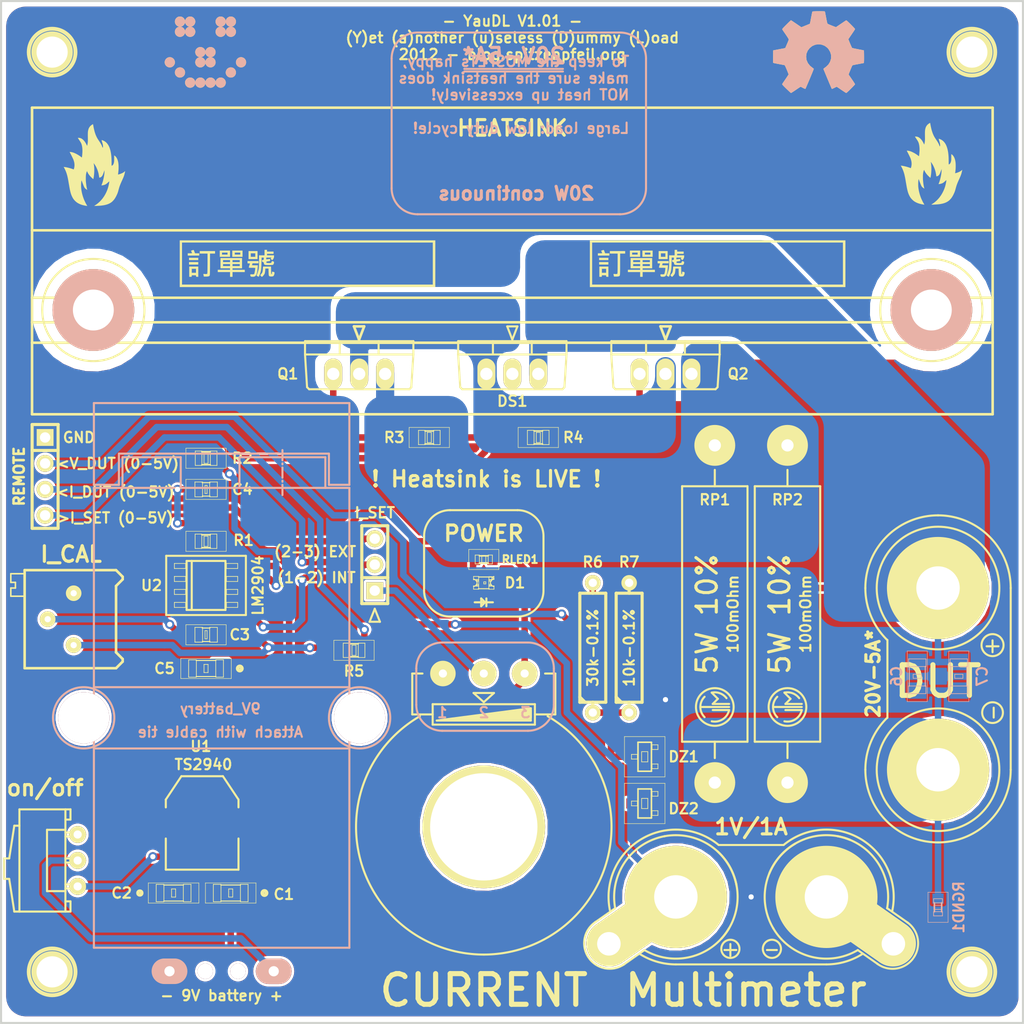
<source format=kicad_pcb>
(kicad_pcb (version 3) (host pcbnew "(2013-06-27 BZR 4227)-testing")
  (title_block (title "(Yet) (a)nother (u)seless (D)ummy (Load) - YauDL") (date "11 feb 2013") (rev 1.01) (company "2012 - My 2muF - blog.spitzenpfeil.org"))
  (layers (15 Front jumper) (0 Back signal) (20 B.SilkS user) (21 F.SilkS user) (22 B.Mask user) (23 F.Mask user) (28 Edge.Cuts user))
  (net 0 "")
  (net 1 /I_DUT)
  (net 2 /I_SET)
  (net 3 /VCC)
  (net 4 /V_DUT)
  (net 5 /V_ref)
  (net 6 /drain)
  (net 7 /source)
  (net 8 GND)
  (net 9 GNDPWR)
  (net 10 N-000006)
  (net 11 N-000007)
  (net 12 N-000010)
  (net 13 N-000013)
  (net 14 N-000014)
  (net 15 N-000015)
  (net 16 N-000017)
  (net 17 N-000018)
  (net 18 N-000021)
  (net 19 N-000022)
  (net 20 N-000023)
  (module MADW__9V_battery_with_clip (layer Back) (at 116.586 104.14 90)
    (fp_text reference BT1 hide)
    (fp_text value 9V_battery (at 0.889 -0.127 180) (layer B.SilkS) (effects (font (size 1.016 1.016) (thickness 0.2032)) (justify mirror)))
    (fp_text user "Attach with cable tie" (at -1.397 -0.127 180) (layer B.SilkS) (effects (font (size 1.016 1.016) (thickness 0.2032)) (justify mirror)))
    (pad 3 thru_hole circle (at 0 13.5001 90) (size 5.00126 5.00126) (drill 5.00126) (layers *.Cu *.Mask B.SilkS))
    (pad 3 thru_hole circle (at 0 -13.5001 90) (size 5.00126 5.00126) (drill 5.00126) (layers *.Cu *.Mask B.SilkS))
    (pad 1 thru_hole oval (at -24.80056 5.10032 90) (size 2.49936 3.50012) (drill 1.00076) (layers *.Cu *.Mask B.SilkS) (net 16 N-000017))
    (pad 2 thru_hole oval (at -24.80056 -5.10032 90) (size 2.49936 3.50012) (drill 1.00076) (layers *.Cu *.Mask B.SilkS) (net 8 GND))
    (pad 3 thru_hole circle (at -24.80056 1.6002 90) (size 1.50114 1.50114) (drill 1.50114) (layers *.Cu *.Mask B.SilkS))
    (pad 3 thru_hole circle (at -24.80056 -1.6002 90) (size 1.50114 1.50114) (drill 1.50114) (layers *.Cu *.Mask B.SilkS))
  )
  (module MADW__trimmer_pot_horizontal (layer Front) (at 102.108 94.488 180)
    (fp_text reference RV1 hide)
    (fp_text value 100k hide)
    (pad 1 thru_hole circle (at 0 2.54 180) (size 1.524 1.524) (drill 0.6096) (layers *.Cu *.Mask F.SilkS) (net 8 GND))
    (pad 2 thru_hole circle (at 2.54 0 180) (size 1.524 1.524) (drill 0.6096) (layers *.Cu *.Mask F.SilkS) (net 20 N-000023))
    (pad 3 thru_hole circle (at 0 -2.54 180) (size 1.524 1.524) (drill 0.6096) (layers *.Cu *.Mask F.SilkS) (net 13 N-000013))
  )
  (module LOGO (layer Front) (at 124.968 59.69)
    (fp_text reference G7 hide)
    (fp_text value LOGO hide)
  )
  (module LOGO (layer Front) (at 165.1 59.69)
    (fp_text reference G8 hide)
    (fp_text value LOGO hide)
  )
  (module "" (layer Front) (at 175.00092 38.99916)
    (fp_text reference G3 hide)
    (fp_text value LOGO hide)
  )
  (module "" (layer Back) (at 175.00092 38.99916)
    (fp_text reference G4 hide)
    (fp_text value LOGO hide)
  )
  (module MADW__binding_post_4mm_6A (layer Front) (at 175.768 121.666 325)
    (fp_text reference T4 hide)
    (fp_text value Binding_post hide)
    (pad 1 thru_hole circle (at 0 0 325) (size 9.99998 9.99998) (drill 4.24942) (layers *.Cu *.Mask F.SilkS) (net 8 GND))
    (pad 1 thru_hole oval (at 8.001 0 325) (size 8.001 4.50088) (drill 2.30124 (offset -1.80086 0)) (layers *.Cu *.Mask F.SilkS) (net 8 GND))
  )
  (module MADW__binding_post_4mm_6A (layer Front) (at 161.036 121.666 215)
    (fp_text reference T3 hide)
    (fp_text value Binding_post hide)
    (pad 1 thru_hole circle (at 0 0 215) (size 9.99998 9.99998) (drill 4.24942) (layers *.Cu *.Mask F.SilkS) (net 1 /I_DUT))
    (pad 1 thru_hole oval (at 8.001 0 215) (size 8.001 4.50088) (drill 2.30124 (offset -1.80086 0)) (layers *.Cu *.Mask F.SilkS) (net 1 /I_DUT))
  )
  (module MADW__heatsink-TO220-94x45x30_2_m-holes (layer Front) (at 145.034 59.436 180)
    (fp_text reference HS1 hide)
    (fp_text value HEATSINK (at 0 12.99972 180) (layer F.SilkS) (effects (font (thickness 0.3048))))
    (pad 1 thru_hole circle (at -41.00068 -4.8006 180) (size 8.001 8.001) (drill 4.0005) (layers *.Cu *.SilkS *.Mask) (clearance 1.99898))
    (pad 2 thru_hole circle (at 41.00068 -4.8006 180) (size 8.001 8.001) (drill 4.0005) (layers *.Cu *.SilkS *.Mask) (clearance 1.99898))
  )
  (module LOGO (layer Front) (at 186.055 49.911)
    (fp_text reference G6 hide)
    (fp_text value LOGO hide)
  )
  (module LOGO (layer Front) (at 104.14 50.038)
    (fp_text reference G5 hide)
    (fp_text value LOGO hide)
  )
  (module LOGO (layer Back) (at 115.00104 38.99916)
    (fp_text reference G2 hide)
    (fp_text value LOGO hide)
  )
  (module LOGO (layer Front) (at 115.00104 38.99916)
    (fp_text reference G1 hide)
    (fp_text value LOGO hide)
  )
  (module MADW__vishay_534_pot (layer Front) (at 142.24 114.808 90)
    (fp_text reference RV2 hide)
    (fp_text value 100k hide)
    (pad 4 thru_hole circle (at 0 0 90) (size 11.99896 11.99896) (drill 10.50036) (layers *.Cu *.Mask F.SilkS))
    (pad 2 thru_hole circle (at 15.00124 0 90) (size 2.49936 2.49936) (drill 0.8001) (layers *.Cu *.Mask F.SilkS) (net 17 N-000018))
    (pad 1 thru_hole circle (at 15.00124 -4.0005 90) (size 2.49936 2.49936) (drill 0.8001) (layers *.Cu *.Mask F.SilkS) (net 8 GND))
    (pad 3 thru_hole circle (at 15.00124 4.0005 90) (size 2.49936 2.49936) (drill 0.8001) (layers *.Cu *.Mask F.SilkS) (net 5 /V_ref))
  )
  (module -CHIPLED_0805 (layer Front) (at 142.24 90.932 270)
    (fp_text reference D1 (at 0 -3.048 360) (layer F.SilkS) (effects (font (size 1.016 1.016) (thickness 0.2032))))
    (fp_text value LED hide)
    (pad 1 smd rect (at 0 1.04902 270) (size 1.19888 1.19888) (layers Front F.Mask) (net 10 N-000006))
    (pad 2 smd rect (at 0 -1.04902 270) (size 1.19888 1.19888) (layers Front F.Mask) (net 8 GND))
  )
  (module MADW__mounting_hole_3mm (layer Front) (at 99.9998 38.99916)
    (fp_text reference MH1 hide)
    (fp_text value CONN_1 hide)
    (pad 1 thru_hole circle (at 0 0) (size 4.064 4.064) (drill 3.048) (layers *.Cu *.Mask F.SilkS) (net 8 GND))
  )
  (module MADW__mounting_hole_3mm (layer Front) (at 189.99962 38.99916)
    (fp_text reference MH2 hide)
    (fp_text value CONN_1 hide)
    (pad 1 thru_hole circle (at 0 0) (size 4.064 4.064) (drill 3.048) (layers *.Cu *.Mask F.SilkS) (net 8 GND))
  )
  (module MADW__mounting_hole_3mm (layer Front) (at 99.9998 128.99898)
    (fp_text reference MH4 hide)
    (fp_text value CONN_1 hide)
    (pad 1 thru_hole circle (at 0 0) (size 4.064 4.064) (drill 3.048) (layers *.Cu *.Mask F.SilkS) (net 8 GND))
  )
  (module MADW__mounting_hole_3mm (layer Front) (at 189.99962 128.99898)
    (fp_text reference MH3 hide)
    (fp_text value CONN_1 hide)
    (pad 1 thru_hole circle (at 0 0) (size 4.064 4.064) (drill 3.048) (layers *.Cu *.Mask F.SilkS) (net 8 GND))
  )
  (module SOT223 (layer Front) (at 114.681 114.427)
    (fp_text reference U1 (at -0.127 -7.493) (layer F.SilkS) (effects (font (size 1.016 1.016) (thickness 0.2032))))
    (fp_text value TS2940 (at 0.127 -5.715) (layer F.SilkS) (effects (font (size 1.016 1.016) (thickness 0.2032))))
    (pad 4 smd rect (at 0 -3.302) (size 3.6576 2.032) (layers Front F.Mask))
    (pad 2 smd rect (at 0 3.302) (size 1.016 2.032) (layers Front F.Mask) (net 8 GND))
    (pad 3 smd rect (at 2.286 3.302) (size 1.016 2.032) (layers Front F.Mask) (net 5 /V_ref))
    (pad 1 smd rect (at -2.286 3.302) (size 1.016 2.032) (layers Front F.Mask) (net 3 /VCC))
  )
  (module -C0805 (layer Front) (at 115.062 96.012)
    (fp_text reference C3 (at 3.302 0) (layer F.SilkS) (effects (font (size 1.016 1.016) (thickness 0.2032))))
    (fp_text value 100nF hide)
    (pad 1 smd rect (at -0.94996 0) (size 1.29794 1.4986) (layers Front F.Mask) (net 20 N-000023))
    (pad 2 smd rect (at 0.94996 0) (size 1.29794 1.4986) (layers Front F.Mask) (net 13 N-000013))
  )
  (module -C1206 (layer Front) (at 117.475 121.285 180)
    (fp_text reference C1 (at -5.207 -0.127 180) (layer F.SilkS) (effects (font (size 1.016 1.016) (thickness 0.2032))))
    (fp_text value 10µF hide)
    (pad 1 smd rect (at -1.39954 0 180) (size 1.59766 1.79832) (layers Front F.Mask) (net 3 /VCC))
    (pad 2 smd rect (at 1.39954 0 180) (size 1.59766 1.79832) (layers Front F.Mask) (net 8 GND))
  )
  (module -C1206 (layer Front) (at 111.887 121.285)
    (fp_text reference C2 (at -5.08 0) (layer F.SilkS) (effects (font (size 1.016 1.016) (thickness 0.2032))))
    (fp_text value 10µF hide)
    (pad 1 smd rect (at -1.39954 0) (size 1.59766 1.79832) (layers Front F.Mask) (net 5 /V_ref))
    (pad 2 smd rect (at 1.39954 0) (size 1.59766 1.79832) (layers Front F.Mask) (net 8 GND))
  )
  (module -SO08 (layer Front) (at 115.062 91.186 270)
    (fp_text reference U2 (at 0 5.334 360) (layer F.SilkS) (effects (font (size 1.016 1.016) (thickness 0.2032))))
    (fp_text value LM2904 (at 0 -5.08 270) (layer F.SilkS) (effects (font (size 1.016 1.016) (thickness 0.2032))))
    (pad 1 smd rect (at -1.905 2.59842 270) (size 0.59944 2.19964) (layers Front F.Mask) (net 13 N-000013))
    (pad 2 smd rect (at -0.635 2.59842 270) (size 0.59944 2.19964) (layers Front F.Mask) (net 20 N-000023))
    (pad 3 smd rect (at 0.635 2.59842 270) (size 0.59944 2.19964) (layers Front F.Mask) (net 7 /source))
    (pad 4 smd rect (at 1.905 2.59842 270) (size 0.59944 2.19964) (layers Front F.Mask) (net 8 GND))
    (pad 5 smd rect (at 1.905 -2.59842 270) (size 0.59944 2.19964) (layers Front F.Mask) (net 15 N-000015))
    (pad 6 smd rect (at 0.635 -2.59842 270) (size 0.59944 2.19964) (layers Front F.Mask) (net 14 N-000014))
    (pad 7 smd rect (at -0.635 -2.59842 270) (size 0.59944 2.19964) (layers Front F.Mask) (net 11 N-000007))
    (pad 8 smd rect (at -1.905 -2.59842 270) (size 0.59944 2.19964) (layers Front F.Mask) (net 3 /VCC))
  )
  (module -R0603 (layer Front) (at 142.24 88.646)
    (fp_text reference RLED1 (at 3.556 0) (layer F.SilkS) (effects (font (size 0.762 0.762) (thickness 0.1905))))
    (fp_text value 300R hide)
    (pad 1 smd rect (at -0.84836 0) (size 0.99822 1.09982) (layers Front F.Mask) (net 10 N-000006))
    (pad 2 smd rect (at 0.84836 0) (size 0.99822 1.09982) (layers Front F.Mask) (net 5 /V_ref))
  )
  (module MADW__binding_post_4mm_6A (layer Front) (at 186.69 91.44 180)
    (fp_text reference T1 hide)
    (fp_text value Binding_post hide)
    (pad 1 thru_hole circle (at 0 0 180) (size 9.99998 9.99998) (drill 4.24942) (layers *.Cu *.Mask F.SilkS) (net 4 /V_DUT))
  )
  (module MADW__binding_post_4mm_6A (layer Front) (at 186.69 109.22 270)
    (fp_text reference T2 hide)
    (fp_text value Binding_post hide)
    (pad 1 thru_hole circle (at 0 0 270) (size 9.99998 9.99998) (drill 4.24942) (layers *.Cu *.Mask F.SilkS) (net 9 GNDPWR))
  )
  (module MADW__power_resistor_5W (layer Front) (at 171.958 93.98 90)
    (fp_text reference RP2 (at 11.176 0 180) (layer F.SilkS) (effects (font (size 1.016 1.016) (thickness 0.2032))))
    (fp_text value 100mOhm (at 0 1.778 90) (layer F.SilkS) (effects (font (size 1.016 1.016) (thickness 0.2032))))
    (fp_text user "5W 10%" (at 0 -0.762 90) (layer F.SilkS) (effects (font (size 1.99898 1.99898) (thickness 0.29972))))
    (pad 2 thru_hole circle (at 16.49984 0 90) (size 4.0005 4.0005) (drill 1.19888) (layers *.Cu *.Mask F.SilkS) (net 7 /source))
    (pad 1 thru_hole circle (at -16.49984 0 90) (size 4.0005 4.0005) (drill 1.19888) (layers *.Cu *.Mask F.SilkS) (net 9 GNDPWR))
  )
  (module MADW__power_resistor_5W (layer Front) (at 164.846 93.98 90)
    (fp_text reference RP1 (at 11.176 0 180) (layer F.SilkS) (effects (font (size 1.016 1.016) (thickness 0.2032))))
    (fp_text value 100mOhm (at 0 1.778 90) (layer F.SilkS) (effects (font (size 1.016 1.016) (thickness 0.2032))))
    (fp_text user "5W 10%" (at 0 -0.762 90) (layer F.SilkS) (effects (font (size 1.99898 1.99898) (thickness 0.29972))))
    (pad 2 thru_hole circle (at 16.49984 0 90) (size 4.0005 4.0005) (drill 1.19888) (layers *.Cu *.Mask F.SilkS) (net 7 /source))
    (pad 1 thru_hole circle (at -16.49984 0 90) (size 4.0005 4.0005) (drill 1.19888) (layers *.Cu *.Mask F.SilkS) (net 9 GNDPWR))
  )
  (module -R0603 (layer Back) (at 186.69 122.682 270)
    (fp_text reference RGND1 (at 0 -2.032 270) (layer B.SilkS) (effects (font (size 1.016 1.016) (thickness 0.2032)) (justify mirror)))
    (fp_text value 0R hide)
    (pad 1 smd rect (at -0.84836 0 270) (size 0.99822 1.09982) (layers Back B.Mask) (net 9 GNDPWR))
    (pad 2 smd rect (at 0.84836 0 270) (size 0.99822 1.09982) (layers Back B.Mask) (net 8 GND))
  )
  (module -R0805 (layer Front) (at 115.062 78.74 180)
    (fp_text reference R2 (at -3.556 0 180) (layer F.SilkS) (effects (font (size 1.016 1.016) (thickness 0.2032))))
    (fp_text value 100k hide)
    (pad 1 smd rect (at -0.94996 0 180) (size 1.29794 1.4986) (layers Front F.Mask) (net 11 N-000007))
    (pad 2 smd rect (at 0.94996 0 180) (size 1.29794 1.4986) (layers Front F.Mask) (net 8 GND))
  )
  (module -C0805 (layer Front) (at 115.062 81.788)
    (fp_text reference C4 (at 3.556 0) (layer F.SilkS) (effects (font (size 1.016 1.016) (thickness 0.2032))))
    (fp_text value 100nF hide)
    (pad 1 smd rect (at -0.94996 0) (size 1.29794 1.4986) (layers Front F.Mask) (net 14 N-000014))
    (pad 2 smd rect (at 0.94996 0) (size 1.29794 1.4986) (layers Front F.Mask) (net 11 N-000007))
  )
  (module -C1206 (layer Front) (at 115.062 99.314 180)
    (fp_text reference C5 (at 4.064 0 180) (layer F.SilkS) (effects (font (size 1.016 1.016) (thickness 0.2032))))
    (fp_text value 10µF hide)
    (pad 1 smd rect (at -1.39954 0 180) (size 1.59766 1.79832) (layers Front F.Mask) (net 3 /VCC))
    (pad 2 smd rect (at 1.39954 0 180) (size 1.59766 1.79832) (layers Front F.Mask) (net 8 GND))
  )
  (module -R0805 (layer Front) (at 115.062 86.868)
    (fp_text reference R1 (at 3.67538 -0.09398) (layer F.SilkS) (effects (font (size 1.016 1.016) (thickness 0.2032))))
    (fp_text value 10k hide)
    (pad 1 smd rect (at -0.94996 0) (size 1.29794 1.4986) (layers Front F.Mask) (net 13 N-000013))
    (pad 2 smd rect (at 0.94996 0) (size 1.29794 1.4986) (layers Front F.Mask) (net 14 N-000014))
  )
  (module MADW__TO220_V (layer Front) (at 130.048 70.485)
    (fp_text reference Q1 (at -6.985 0) (layer F.SilkS) (effects (font (size 1.016 1.016) (thickness 0.2032))))
    (fp_text value IRL3803 hide)
    (pad 2 thru_hole oval (at 0 0) (size 1.75006 2.99974) (drill 1.19888) (layers *.Cu *.Mask F.SilkS) (net 6 /drain))
    (pad 3 thru_hole oval (at 2.54 0) (size 1.75006 2.99974) (drill 1.19888) (layers *.Cu *.Mask F.SilkS) (net 7 /source))
    (pad 1 thru_hole oval (at -2.54 0) (size 1.75006 2.99974) (drill 1.19888) (layers *.Cu *.Mask F.SilkS) (net 12 N-000010))
  )
  (module MADW__TO220_V (layer Front) (at 160.02 70.485)
    (fp_text reference Q2 (at 7.112 0) (layer F.SilkS) (effects (font (size 1.016 1.016) (thickness 0.2032))))
    (fp_text value IRL3803 hide)
    (pad 2 thru_hole oval (at 0 0) (size 1.75006 2.99974) (drill 1.19888) (layers *.Cu *.Mask F.SilkS) (net 6 /drain))
    (pad 3 thru_hole oval (at 2.54 0) (size 1.75006 2.99974) (drill 1.19888) (layers *.Cu *.Mask F.SilkS) (net 7 /source))
    (pad 1 thru_hole oval (at -2.54 0) (size 1.75006 2.99974) (drill 1.19888) (layers *.Cu *.Mask F.SilkS) (net 18 N-000021))
  )
  (module -C1206 (layer Back) (at 184.658 100.076 270)
    (fp_text reference C6 (at 0 2.032 270) (layer B.SilkS) (effects (font (size 1.016 1.016) (thickness 0.2032)) (justify mirror)))
    (fp_text value 10µF hide)
    (pad 1 smd rect (at -1.39954 0 270) (size 1.59766 1.79832) (layers Back B.Mask) (net 4 /V_DUT))
    (pad 2 smd rect (at 1.39954 0 270) (size 1.59766 1.79832) (layers Back B.Mask) (net 9 GNDPWR))
  )
  (module -C1206 (layer Back) (at 188.722 100.076 270)
    (fp_text reference C7 (at 0 -2.286 270) (layer B.SilkS) (effects (font (size 1.016 1.016) (thickness 0.2032)) (justify mirror)))
    (fp_text value 10µF hide)
    (pad 1 smd rect (at -1.39954 0 270) (size 1.59766 1.79832) (layers Back B.Mask) (net 4 /V_DUT))
    (pad 2 smd rect (at 1.39954 0 270) (size 1.59766 1.79832) (layers Back B.Mask) (net 9 GNDPWR))
  )
  (module -R0805 (layer Front) (at 136.906 76.708 180)
    (fp_text reference R3 (at 3.429 0 180) (layer F.SilkS) (effects (font (size 1.016 1.016) (thickness 0.2032))))
    (fp_text value 100R hide)
    (pad 1 smd rect (at -0.94996 0 180) (size 1.29794 1.4986) (layers Front F.Mask) (net 11 N-000007))
    (pad 2 smd rect (at 0.94996 0 180) (size 1.29794 1.4986) (layers Front F.Mask) (net 12 N-000010))
  )
  (module -R0805 (layer Front) (at 147.574 76.708)
    (fp_text reference R4 (at 3.429 0) (layer F.SilkS) (effects (font (size 1.016 1.016) (thickness 0.2032))))
    (fp_text value 100R hide)
    (pad 1 smd rect (at -0.94996 0) (size 1.29794 1.4986) (layers Front F.Mask) (net 11 N-000007))
    (pad 2 smd rect (at 0.94996 0) (size 1.29794 1.4986) (layers Front F.Mask) (net 18 N-000021))
  )
  (module MADW__TO220_V (layer Front) (at 145.034 70.485)
    (fp_text reference DS1 (at 0 2.667) (layer F.SilkS) (effects (font (size 1.016 1.016) (thickness 0.2032))))
    (fp_text value MBR1045 hide)
    (pad 2 thru_hole oval (at 0 0) (size 1.75006 2.99974) (drill 1.19888) (layers *.Cu *.Mask F.SilkS))
    (pad 3 thru_hole oval (at 2.54 0) (size 1.75006 2.99974) (drill 1.19888) (layers *.Cu *.Mask F.SilkS) (net 4 /V_DUT))
    (pad 1 thru_hole oval (at -2.54 0) (size 1.75006 2.99974) (drill 1.19888) (layers *.Cu *.Mask F.SilkS) (net 6 /drain))
  )
  (module -SOT23 (layer Front) (at 157.988 107.95 90)
    (fp_text reference DZ1 (at 0 3.81 180) (layer F.SilkS) (effects (font (size 1.016 1.016) (thickness 0.2032))))
    (fp_text value BZX84C_5V6 hide)
    (pad 1 smd rect (at -0.94996 1.09982 90) (size 0.99822 1.39954) (layers Front F.Mask) (net 8 GND))
    (pad 2 smd rect (at 0.94996 1.09982 90) (size 0.99822 1.39954) (layers Front F.Mask))
    (pad 3 smd rect (at 0 -1.09982 90) (size 0.99822 1.39954) (layers Front F.Mask) (net 19 N-000022))
  )
  (module -SOT23 (layer Front) (at 157.988 112.522 90)
    (fp_text reference DZ2 (at -0.508 3.81 180) (layer F.SilkS) (effects (font (size 1.016 1.016) (thickness 0.2032))))
    (fp_text value BZX84C_5V6 hide)
    (pad 1 smd rect (at -0.94996 1.09982 90) (size 0.99822 1.39954) (layers Front F.Mask) (net 8 GND))
    (pad 2 smd rect (at 0.94996 1.09982 90) (size 0.99822 1.39954) (layers Front F.Mask))
    (pad 3 smd rect (at 0 -1.09982 90) (size 0.99822 1.39954) (layers Front F.Mask) (net 1 /I_DUT))
  )
  (module -R0805 (layer Front) (at 129.54 97.536 180)
    (fp_text reference R5 (at 0 -2.032 180) (layer F.SilkS) (effects (font (size 1.016 1.016) (thickness 0.2032))))
    (fp_text value 10k hide)
    (pad 1 smd rect (at -0.94996 0 180) (size 1.29794 1.4986) (layers Front F.Mask) (net 1 /I_DUT))
    (pad 2 smd rect (at 0.94996 0 180) (size 1.29794 1.4986) (layers Front F.Mask) (net 13 N-000013))
  )
  (module R5 (layer Front) (at 152.908 97.282 90)
    (fp_text reference R6 (at 8.382 0 180) (layer F.SilkS) (effects (font (size 1.016 1.016) (thickness 0.2032))))
    (fp_text value 30k-0.1% (at 0 0 90) (layer F.SilkS) (effects (font (size 1.016 1.016) (thickness 0.2032))))
    (pad 1 thru_hole circle (at -6.35 0 90) (size 1.524 1.524) (drill 0.8128) (layers *.Cu *.Mask F.SilkS) (net 19 N-000022))
    (pad 2 thru_hole circle (at 6.35 0 90) (size 1.524 1.524) (drill 0.8128) (layers *.Cu *.Mask F.SilkS) (net 4 /V_DUT))
  )
  (module R5 (layer Front) (at 156.464 97.282 90)
    (fp_text reference R7 (at 8.382 0 180) (layer F.SilkS) (effects (font (size 1.016 1.016) (thickness 0.2032))))
    (fp_text value 10k-0.1% (at 0 0 90) (layer F.SilkS) (effects (font (size 1.016 1.016) (thickness 0.2032))))
    (pad 1 thru_hole circle (at -6.35 0 90) (size 1.524 1.524) (drill 0.8128) (layers *.Cu *.Mask F.SilkS) (net 19 N-000022))
    (pad 2 thru_hole circle (at 6.35 0 90) (size 1.524 1.524) (drill 0.8128) (layers *.Cu *.Mask F.SilkS) (net 8 GND))
  )
  (module MADW__pcb_side_switch (layer Front) (at 102.49916 118.09984)
    (fp_text reference SW1 hide)
    (fp_text value SWITCH_INV hide)
    (pad 2 thru_hole circle (at 0 0) (size 1.651 1.651) (drill 0.8) (layers *.Cu *.Mask F.SilkS) (net 16 N-000017))
    (pad 3 thru_hole circle (at 0 -2.54) (size 1.651 1.651) (drill 0.8) (layers *.Cu *.Mask F.SilkS))
    (pad 1 thru_hole circle (at 0 2.54) (size 1.651 1.651) (drill 0.8) (layers *.Cu *.Mask F.SilkS) (net 3 /VCC))
  )
  (module MADW__SIL-3 (layer Front) (at 131.572 89.154 90)
    (fp_text reference JP1 hide)
    (fp_text value REMOTE_CTRL hide)
    (pad 1 thru_hole rect (at -2.54 0 90) (size 1.65 1.65) (drill 1.016) (layers *.Cu *.Mask F.SilkS) (net 17 N-000018))
    (pad 2 thru_hole circle (at 0 0 90) (size 1.65 1.65) (drill 1.016) (layers *.Cu *.Mask F.SilkS) (net 15 N-000015))
    (pad 3 thru_hole circle (at 2.54 0 90) (size 1.65 1.65) (drill 1.016) (layers *.Cu *.Mask F.SilkS) (net 2 /I_SET))
  )
  (module MADW__SIL-4 (layer Front) (at 99.314 80.518 270)
    (fp_text reference P1 hide)
    (fp_text value REMOTE (at 0 2.54 270) (layer F.SilkS) (effects (font (thickness 0.25))))
    (pad 1 thru_hole rect (at -3.81 0 270) (size 1.65 1.65) (drill 1.016) (layers *.Cu *.Mask F.SilkS) (net 8 GND))
    (pad 2 thru_hole circle (at -1.27 0 270) (size 1.65 1.65) (drill 1.016) (layers *.Cu *.Mask F.SilkS) (net 19 N-000022))
    (pad 3 thru_hole circle (at 1.27 0 270) (size 1.65 1.65) (drill 1.016) (layers *.Cu *.Mask F.SilkS) (net 1 /I_DUT))
    (pad 4 thru_hole circle (at 3.81 0 270) (size 1.65 1.65) (drill 1.016) (layers *.Cu *.Mask F.SilkS) (net 2 /I_SET))
  )
  (gr_line (start 132.08 94.742) (end 131.572 93.472) (angle 90) (layer F.SilkS) (width 0.2032))
  (gr_line (start 131.064 94.742) (end 132.08 94.742) (angle 90) (layer F.SilkS) (width 0.2032))
  (gr_line (start 131.572 93.472) (end 131.064 94.742) (angle 90) (layer F.SilkS) (width 0.2032))
  (gr_text I_SET (at 131.572 84.074) (layer F.SilkS) (effects (font (size 1.016 1.016) (thickness 0.2032))))
  (gr_text "(2-3) EXT" (at 125.73 87.884) (layer F.SilkS) (effects (font (size 1.016 1.016) (thickness 0.2032))))
  (gr_text "(1-2) INT" (at 125.857 90.424) (layer F.SilkS) (effects (font (size 1.016 1.016) (thickness 0.2032))))
  (gr_text ">I_SET (0-5V)" (at 106.172 84.582) (layer F.SilkS) (effects (font (size 1.016 1.016) (thickness 0.2032))))
  (gr_text "<I_DUT (0-5V)" (at 106.172 82.042) (layer F.SilkS) (effects (font (size 1.016 1.016) (thickness 0.2032))))
  (gr_text "<V_DUT (0-5V)" (at 106.426 79.248) (layer F.SilkS) (effects (font (size 1.016 1.016) (thickness 0.2032))))
  (gr_text GND (at 102.616 76.708) (layer F.SilkS) (effects (font (size 1.016 1.016) (thickness 0.2032))))
  (gr_arc (start 161.036 121.666) (end 165.227 116.586) (angle -142) (layer F.SilkS) (width 0.2032))
  (gr_arc (start 175.768 121.666) (end 171.577 116.586) (angle 142) (layer F.SilkS) (width 0.2032))
  (gr_arc (start 175.768 121.666) (end 175.768 128.27) (angle -32.5) (layer F.SilkS) (width 0.2032))
  (gr_arc (start 161.036 121.666) (end 161.036 128.27) (angle 32.5) (layer F.SilkS) (width 0.2032))
  (gr_line (start 161.036 128.27) (end 175.768 128.27) (angle 90) (layer F.SilkS) (width 0.2032))
  (gr_line (start 165.227 116.586) (end 171.577 116.586) (angle 90) (layer F.SilkS) (width 0.2032))
  (gr_circle (center 118.364 99.314) (end 118.491 99.314) (layer F.SilkS) (width 0.2032))
  (gr_circle (center 118.364 99.314) (end 118.618 99.441) (layer F.SilkS) (width 0.2032))
  (gr_text "! Heatsink is LIVE !" (at 142.494 80.772) (layer F.SilkS) (effects (font (thickness 0.3048))))
  (gr_circle (center 120.777 121.285) (end 120.904 121.285) (layer F.SilkS) (width 0.2032))
  (gr_circle (center 120.777 121.285) (end 121.031 121.412) (layer F.SilkS) (width 0.2032))
  (gr_circle (center 108.585 121.285) (end 108.712 121.285) (layer F.SilkS) (width 0.2032))
  (gr_circle (center 108.585 121.285) (end 108.839 121.285) (layer F.SilkS) (width 0.2032))
  (gr_line (start 133.223 52.324) (end 133.223 39.624) (angle 90) (layer B.SilkS) (width 0.2032))
  (gr_line (start 158.115 52.324) (end 158.115 39.624) (angle 90) (layer B.SilkS) (width 0.2032))
  (gr_text "20W continuous" (at 145.415 52.832) (layer B.SilkS) (effects (font (size 1.27 1.27) (thickness 0.3048)) (justify mirror)))
  (gr_line (start 149.987 40.894) (end 140.335 40.894) (angle 90) (layer B.SilkS) (width 0.2032))
  (gr_line (start 140.335 40.64) (end 149.987 40.64) (angle 90) (layer B.SilkS) (width 0.2032))
  (gr_line (start 155.575 54.864) (end 135.763 54.864) (angle 90) (layer B.SilkS) (width 0.2032))
  (gr_line (start 135.763 37.084) (end 155.575 37.084) (angle 90) (layer B.SilkS) (width 0.2032))
  (gr_text "To keep the MOSFETs happy,\nmake sure the heatsink does\nNOT heat up excessively!\n\nLarge load: low duty cycle!" (at 156.591 43.18) (layer B.SilkS) (effects (font (size 1.016 1.016) (thickness 0.2032)) (justify left mirror)))
  (gr_arc (start 155.575 39.624) (end 155.575 37.084) (angle 90) (layer B.SilkS) (width 0.2032))
  (gr_arc (start 155.575 52.324) (end 158.115 52.324) (angle 90) (layer B.SilkS) (width 0.2032))
  (gr_arc (start 135.763 39.624) (end 133.223 39.624) (angle 90) (layer B.SilkS) (width 0.2032))
  (gr_arc (start 135.763 52.324) (end 135.763 54.864) (angle 90) (layer B.SilkS) (width 0.2032))
  (gr_text 20V-5A* (at 145.161 39.37) (layer B.SilkS) (effects (font (thickness 0.3048)) (justify mirror)))
  (gr_text 20V-5A* (at 180.34 99.822 90) (layer F.SilkS) (effects (font (size 1.30048 1.30048) (thickness 0.3048))))
  (gr_line (start 195.00088 134.00024) (end 195.00088 34.00044) (angle 90) (layer Edge.Cuts) (width 0.203))
  (gr_arc (start 186.69 91.44) (end 179.578 91.44) (angle 90) (layer F.SilkS) (width 0.2032))
  (gr_line (start 181.737 104.14) (end 181.737 96.52) (angle 90) (layer F.SilkS) (width 0.2032))
  (gr_arc (start 186.69 109.22) (end 179.578 109.22) (angle 45.5) (layer F.SilkS) (width 0.2032))
  (gr_line (start 149.098 102.87) (end 149.098 99.314) (angle 90) (layer B.SilkS) (width 0.2032))
  (gr_line (start 138.176 105.41) (end 146.558 105.41) (angle 90) (layer B.SilkS) (width 0.2032))
  (gr_line (start 135.636 99.314) (end 135.636 102.87) (angle 90) (layer B.SilkS) (width 0.2032))
  (gr_line (start 146.558 96.774) (end 138.176 96.774) (angle 90) (layer B.SilkS) (width 0.2032))
  (gr_arc (start 138.176 102.87) (end 138.176 105.41) (angle 90) (layer B.SilkS) (width 0.2032))
  (gr_arc (start 138.176 99.314) (end 135.636 99.314) (angle 90) (layer B.SilkS) (width 0.2032))
  (gr_arc (start 146.558 102.87) (end 149.098 102.87) (angle 90) (layer B.SilkS) (width 0.2032))
  (gr_arc (start 146.558 99.314) (end 146.558 96.774) (angle 90) (layer B.SilkS) (width 0.2032))
  (gr_text 3 (at 146.304 103.632) (layer B.SilkS) (effects (font (size 1.016 1.016) (thickness 0.2032)) (justify mirror)))
  (gr_text 2 (at 142.24 103.632) (layer B.SilkS) (effects (font (size 1.016 1.016) (thickness 0.2032)) (justify mirror)))
  (gr_text 1 (at 138.176 103.632) (layer B.SilkS) (effects (font (size 1.016 1.016) (thickness 0.2032)) (justify mirror)))
  (gr_line (start 142.494 92.456) (end 142.494 93.218) (angle 90) (layer F.SilkS) (width 0.2032))
  (gr_line (start 142.367 92.837) (end 141.986 92.456) (angle 90) (layer F.SilkS) (width 0.2032))
  (gr_line (start 141.986 92.456) (end 141.986 93.218) (angle 90) (layer F.SilkS) (width 0.2032))
  (gr_line (start 141.986 93.218) (end 142.367 92.837) (angle 90) (layer F.SilkS) (width 0.2032))
  (gr_line (start 141.351 92.837) (end 143.129 92.837) (angle 90) (layer F.SilkS) (width 0.2032))
  (gr_arc (start 145.542 86.36) (end 145.542 83.82) (angle 90) (layer F.SilkS) (width 0.2032))
  (gr_arc (start 138.938 86.36) (end 136.398 86.36) (angle 90) (layer F.SilkS) (width 0.2032))
  (gr_arc (start 145.542 91.694) (end 148.082 91.694) (angle 90) (layer F.SilkS) (width 0.2032))
  (gr_arc (start 138.938 91.694) (end 138.938 94.234) (angle 90) (layer F.SilkS) (width 0.2032))
  (gr_line (start 138.938 94.234) (end 145.542 94.234) (angle 90) (layer F.SilkS) (width 0.2032))
  (gr_line (start 148.082 91.694) (end 148.082 86.36) (angle 90) (layer F.SilkS) (width 0.2032))
  (gr_line (start 138.938 83.82) (end 145.542 83.82) (angle 90) (layer F.SilkS) (width 0.2032))
  (gr_line (start 136.398 91.694) (end 136.398 86.36) (angle 90) (layer F.SilkS) (width 0.2032))
  (gr_text + (at 166.37 126.746) (layer F.SilkS) (effects (font (thickness 0.2032))))
  (gr_text - (at 170.434 126.746) (layer F.SilkS) (effects (font (size 1.524 1.27) (thickness 0.2032))))
  (gr_circle (center 166.37 126.746) (end 167.259 126.746) (layer F.SilkS) (width 0.2032))
  (gr_circle (center 170.434 126.746) (end 169.545 126.746) (layer F.SilkS) (width 0.2032))
  (gr_circle (center 192.024 103.632) (end 193.04 103.632) (layer F.SilkS) (width 0.2032))
  (gr_circle (center 192.024 97.028) (end 192.786 97.79) (layer F.SilkS) (width 0.2032))
  (gr_text + (at 192.024 97.028) (layer F.SilkS) (effects (font (thickness 0.2032))))
  (gr_text - (at 192.024 103.632 90) (layer F.SilkS) (effects (font (size 1.524 1.27) (thickness 0.2032))))
  (gr_text "- 9V battery +" (at 116.586 131.318) (layer F.SilkS) (effects (font (size 1.016 1.016) (thickness 0.2032))))
  (gr_text Multimeter (at 167.894 130.81) (layer F.SilkS) (effects (font (size 2.99974 2.99974) (thickness 0.50038))))
  (gr_line (start 193.802 109.22) (end 193.802 91.44) (angle 90) (layer F.SilkS) (width 0.2032))
  (gr_arc (start 186.69 109.22) (end 186.69 116.332) (angle 90) (layer F.SilkS) (width 0.2032))
  (gr_arc (start 186.69 109.22) (end 193.802 109.22) (angle 90) (layer F.SilkS) (width 0.2032))
  (gr_arc (start 186.69 91.44) (end 179.578 91.44) (angle -45.5) (layer F.SilkS) (width 0.2032))
  (gr_arc (start 186.69 91.44) (end 186.69 84.328) (angle 90) (layer F.SilkS) (width 0.2032))
  (gr_text POWER (at 142.24 86.106) (layer F.SilkS) (effects (font (thickness 0.3048))))
  (gr_text on/off (at 99.314 110.998) (layer F.SilkS) (effects (font (thickness 0.3048))))
  (gr_text 1V/1A (at 168.402 114.808) (layer F.SilkS) (effects (font (thickness 0.3048))))
  (gr_text DUT (at 186.69 100.584) (layer F.SilkS) (effects (font (size 2.99974 2.99974) (thickness 0.50038))))
  (gr_text CURRENT (at 142.24 130.81) (layer F.SilkS) (effects (font (size 2.99974 2.99974) (thickness 0.50038))))
  (gr_text I_CAL (at 101.854 88.138) (layer F.SilkS) (effects (font (thickness 0.3048))))
  (gr_text "- YauDL V1.01 -\n(Y)et (a)nother (u)seless (D)ummy (L)oad\n2012 - blog.spitzenpfeil.org" (at 145.034 37.592) (layer F.SilkS) (effects (font (size 1.016 1.016) (thickness 0.2032))))
  (gr_line (start 95.00108 134.00024) (end 95.00108 34.00044) (angle 90) (layer Edge.Cuts) (width 0.2032))
  (gr_line (start 195.00088 134.00024) (end 95.00108 134.00024) (angle 90) (layer Edge.Cuts) (width 0.2032))
  (gr_line (start 95.00108 34.00044) (end 195.00088 34.00044) (angle 90) (layer Edge.Cuts) (width 0.2032))
  (segment (start 139.446 94.996) (end 146.558 94.996) (width 0.635) (layer Back) (net 1))
  (segment (start 150.368 98.806) (end 150.368 103.632) (width 0.635) (layer Back) (net 1))
  (segment (start 146.558 94.996) (end 150.368 98.806) (width 0.635) (layer Back) (net 1))
  (segment (start 104.14 81.788) (end 110.236 75.692) (width 0.635) (layer Back) (net 1))
  (segment (start 110.236 75.692) (end 117.094 75.692) (width 0.635) (layer Back) (net 1))
  (segment (start 130.48996 97.536) (end 131.572 97.536) (width 0.635) (layer Front) (net 1))
  (segment (start 154.4828 126.25578) (end 156.44622 126.25578) (width 0.635) (layer Back) (net 1))
  (segment (start 130.556 95.504) (end 130.48996 95.57004) (width 0.635) (layer Front) (net 1))
  (via (at 130.556 95.504) (size 0.889) (layers Front Back) (net 1))
  (via (at 139.446 94.996) (size 0.889) (layers Front Back) (net 1))
  (segment (start 134.112 94.996) (end 135.128 94.996) (width 0.635) (layer Front) (net 1))
  (segment (start 126.238 91.186) (end 130.556 95.504) (width 0.635) (layer Back) (net 1))
  (segment (start 130.556 95.504) (end 130.556 97.46996) (width 0.635) (layer Front) (net 1))
  (segment (start 117.094 75.692) (end 126.238 84.836) (width 0.635) (layer Back) (net 1))
  (segment (start 99.314 81.788) (end 104.14 81.788) (width 0.635) (layer Back) (net 1))
  (segment (start 156.88818 112.522) (end 156.88818 117.51818) (width 0.635) (layer Front) (net 1))
  (segment (start 126.238 84.836) (end 126.238 91.186) (width 0.635) (layer Back) (net 1))
  (segment (start 156.88818 117.51818) (end 161.036 121.666) (width 0.635) (layer Front) (net 1))
  (segment (start 155.702 108.966) (end 155.702 116.332) (width 0.635) (layer Back) (net 1))
  (segment (start 150.368 103.632) (end 155.702 108.966) (width 0.635) (layer Back) (net 1))
  (segment (start 155.702 116.332) (end 161.036 121.666) (width 0.635) (layer Back) (net 1))
  (segment (start 131.572 97.536) (end 134.112 94.996) (width 0.635) (layer Front) (net 1))
  (segment (start 130.556 97.46996) (end 130.48996 97.536) (width 0.635) (layer Front) (net 1))
  (segment (start 135.128 94.996) (end 139.446 94.996) (width 0.635) (layer Front) (net 1))
  (segment (start 156.44622 126.25578) (end 161.036 121.666) (width 0.635) (layer Back) (net 1))
  (segment (start 99.314 84.328) (end 103.378 84.328) (width 0.635) (layer Back) (net 2))
  (segment (start 110.998 76.708) (end 116.332 76.708) (width 0.635) (layer Back) (net 2))
  (segment (start 124.46 84.836) (end 124.46 88.9) (width 0.635) (layer Back) (net 2))
  (segment (start 103.378 84.328) (end 110.998 76.708) (width 0.635) (layer Back) (net 2))
  (segment (start 116.332 76.708) (end 124.46 84.836) (width 0.635) (layer Back) (net 2))
  (segment (start 124.46 88.9) (end 128.27 88.9) (width 0.635) (layer Front) (net 2))
  (via (at 124.46 88.9) (size 0.889) (layers Front Back) (net 2))
  (segment (start 130.556 86.614) (end 131.572 86.614) (width 0.635) (layer Front) (net 2))
  (segment (start 128.27 88.9) (end 130.556 86.614) (width 0.635) (layer Front) (net 2))
  (segment (start 116.46154 99.314) (end 123.19 99.314) (width 0.635) (layer Front) (net 3))
  (segment (start 123.19 99.314) (end 123.19 100.33) (width 0.635) (layer Front) (net 3))
  (via (at 109.855 117.729) (size 0.889) (layers Front Back) (net 3))
  (segment (start 113.538 114.681) (end 112.395 115.824) (width 0.635) (layer Front) (net 3))
  (segment (start 102.49916 120.63984) (end 106.94416 120.63984) (width 0.635) (layer Back) (net 3))
  (segment (start 117.66042 89.281) (end 121.793 89.281) (width 0.635) (layer Front) (net 3))
  (segment (start 109.855 117.729) (end 112.395 117.729) (width 0.635) (layer Front) (net 3))
  (segment (start 112.395 115.824) (end 112.395 117.729) (width 0.635) (layer Front) (net 3))
  (segment (start 117.983 114.681) (end 113.538 114.681) (width 0.635) (layer Front) (net 3))
  (segment (start 123.19 90.678) (end 123.19 99.314) (width 0.635) (layer Front) (net 3))
  (segment (start 102.50932 120.65) (end 102.49916 120.63984) (width 0.635) (layer Front) (net 3))
  (segment (start 118.87454 115.57254) (end 117.983 114.681) (width 0.635) (layer Front) (net 3))
  (segment (start 123.19 116.96954) (end 118.87454 121.285) (width 0.635) (layer Front) (net 3))
  (segment (start 106.94416 120.63984) (end 109.855 117.729) (width 0.635) (layer Back) (net 3))
  (segment (start 123.19 100.33) (end 123.19 102.108) (width 0.635) (layer Front) (net 3))
  (segment (start 123.19 102.108) (end 123.19 116.96954) (width 0.635) (layer Front) (net 3))
  (segment (start 118.87454 121.285) (end 118.87454 115.57254) (width 0.635) (layer Front) (net 3))
  (segment (start 121.793 89.281) (end 123.19 90.678) (width 0.635) (layer Front) (net 3))
  (segment (start 152.908 90.932) (end 152.908 93.218) (width 0.635) (layer Front) (net 4))
  (segment (start 184.658 98.67646) (end 186.69 98.67646) (width 0.635) (layer Back) (net 4))
  (segment (start 167.386 59.944) (end 152.908 59.944) (width 1.778) (layer Back) (net 4))
  (segment (start 186.69 79.248) (end 167.386 59.944) (width 1.778) (layer Back) (net 4))
  (segment (start 153.416 93.726) (end 158.496 93.726) (width 0.635) (layer Front) (net 4))
  (segment (start 186.69 98.67646) (end 186.69 98.552) (width 0.635) (layer Back) (net 4))
  (segment (start 186.69 98.552) (end 186.69 98.67646) (width 0.635) (layer Back) (net 4))
  (segment (start 158.496 93.726) (end 160.782 91.44) (width 0.635) (layer Front) (net 4))
  (segment (start 186.69 91.44) (end 160.782 91.44) (width 0.635) (layer Front) (net 4))
  (segment (start 186.69 98.67646) (end 188.722 98.67646) (width 0.635) (layer Back) (net 4))
  (segment (start 186.69 91.44) (end 186.69 79.248) (width 1.778) (layer Back) (net 4))
  (segment (start 186.69 91.44) (end 186.69 91.694) (width 0.635) (layer Back) (net 4))
  (segment (start 152.908 59.944) (end 147.574 65.278) (width 1.778) (layer Back) (net 4))
  (segment (start 186.69 91.44) (end 186.69 98.67646) (width 0.635) (layer Back) (net 4))
  (segment (start 147.574 65.278) (end 147.574 70.485) (width 1.778) (layer Back) (net 4))
  (segment (start 152.908 93.218) (end 153.416 93.726) (width 0.635) (layer Front) (net 4))
  (segment (start 145.288 88.646) (end 143.08836 88.646) (width 0.635) (layer Front) (net 5))
  (segment (start 146.2405 99.80676) (end 146.2405 89.5985) (width 0.635) (layer Front) (net 5))
  (segment (start 113.538 119.126) (end 113.157 119.507) (width 0.635) (layer Front) (net 5))
  (segment (start 116.967 119.126) (end 117.475 119.634) (width 0.635) (layer Front) (net 5))
  (segment (start 116.459 115.697) (end 114.173 115.697) (width 0.635) (layer Front) (net 5))
  (segment (start 117.856 131.572) (end 123.698 131.572) (width 0.635) (layer Front) (net 5))
  (segment (start 111.379 119.507) (end 110.48746 120.39854) (width 0.635) (layer Front) (net 5))
  (segment (start 114.173 115.697) (end 113.538 116.332) (width 0.635) (layer Front) (net 5))
  (segment (start 144.272 102.362) (end 146.2405 100.3935) (width 0.635) (layer Front) (net 5))
  (segment (start 117.475 125.349) (end 117.475 126.873) (width 0.635) (layer Front) (net 5))
  (segment (start 113.157 119.507) (end 111.379 119.507) (width 0.635) (layer Front) (net 5))
  (segment (start 110.48746 120.39854) (end 110.48746 121.285) (width 0.635) (layer Front) (net 5))
  (segment (start 146.2405 89.5985) (end 145.288 88.646) (width 0.635) (layer Front) (net 5))
  (segment (start 116.586 127.762) (end 116.586 130.302) (width 0.635) (layer Front) (net 5))
  (segment (start 126.492 99.314) (end 132.334 99.314) (width 0.635) (layer Front) (net 5))
  (segment (start 123.698 131.572) (end 125.476 129.794) (width 0.635) (layer Front) (net 5))
  (segment (start 132.334 99.314) (end 135.382 102.362) (width 0.635) (layer Front) (net 5))
  (segment (start 117.475 119.634) (end 117.475 125.349) (width 0.635) (layer Front) (net 5))
  (segment (start 116.586 130.302) (end 117.856 131.572) (width 0.635) (layer Front) (net 5))
  (segment (start 135.382 102.362) (end 144.272 102.362) (width 0.635) (layer Front) (net 5))
  (segment (start 146.2405 100.3935) (end 146.2405 99.80676) (width 0.635) (layer Front) (net 5))
  (segment (start 116.967 116.205) (end 116.459 115.697) (width 0.635) (layer Front) (net 5))
  (segment (start 117.475 126.873) (end 116.586 127.762) (width 0.635) (layer Front) (net 5))
  (segment (start 116.967 117.729) (end 116.967 116.205) (width 0.635) (layer Front) (net 5))
  (segment (start 125.476 129.794) (end 125.476 100.33) (width 0.635) (layer Front) (net 5))
  (segment (start 116.967 117.729) (end 116.967 119.126) (width 0.635) (layer Front) (net 5))
  (segment (start 125.476 100.33) (end 126.492 99.314) (width 0.635) (layer Front) (net 5))
  (segment (start 113.538 116.332) (end 113.538 119.126) (width 0.635) (layer Front) (net 5))
  (segment (start 130.048 67.818) (end 130.81 67.056) (width 1.778) (layer Back) (net 6))
  (segment (start 140.97 67.056) (end 141.478 67.056) (width 1.778) (layer Back) (net 6))
  (segment (start 130.048 70.485) (end 130.048 67.818) (width 1.778) (layer Back) (net 6))
  (segment (start 141.478 67.056) (end 142.494 68.072) (width 1.778) (layer Back) (net 6))
  (segment (start 142.494 72.898) (end 143.764 74.168) (width 1.778) (layer Back) (net 6))
  (segment (start 160.02 72.644) (end 160.02 70.485) (width 1.778) (layer Back) (net 6))
  (segment (start 158.496 74.168) (end 160.02 72.644) (width 1.778) (layer Back) (net 6))
  (segment (start 130.81 67.056) (end 140.97 67.056) (width 1.778) (layer Back) (net 6))
  (segment (start 142.494 70.485) (end 142.494 72.898) (width 1.778) (layer Back) (net 6))
  (segment (start 143.764 74.168) (end 158.496 74.168) (width 1.778) (layer Back) (net 6))
  (segment (start 142.494 68.072) (end 142.494 70.485) (width 1.778) (layer Back) (net 6))
  (segment (start 135.636 86.868) (end 164.338 86.868) (width 0.635) (layer Front) (net 7))
  (segment (start 168.402 77.47) (end 168.402 84.836) (width 1.778) (layer Back) (net 7))
  (segment (start 168.402 77.48016) (end 171.958 77.48016) (width 0.635) (layer Front) (net 7))
  (segment (start 132.588 78.74) (end 132.588 70.485) (width 1.778) (layer Back) (net 7))
  (segment (start 162.56 70.485) (end 165.227 70.485) (width 1.778) (layer Back) (net 7))
  (segment (start 166.243 71.501) (end 168.402 73.66) (width 1.778) (layer Back) (net 7))
  (segment (start 107.696 86.36) (end 108.712 85.344) (width 0.635) (layer Front) (net 7))
  (segment (start 139.192 85.344) (end 167.894 85.344) (width 1.778) (layer Back) (net 7))
  (segment (start 165.227 70.485) (end 166.243 71.501) (width 1.778) (layer Back) (net 7))
  (segment (start 132.588 78.74) (end 139.192 85.344) (width 1.778) (layer Back) (net 7))
  (segment (start 164.846 77.48016) (end 168.402 77.48016) (width 1.778) (layer Back) (net 7))
  (segment (start 168.402 73.66) (end 168.402 77.47) (width 1.778) (layer Back) (net 7))
  (segment (start 108.331 91.821) (end 107.696 91.186) (width 0.635) (layer Front) (net 7))
  (segment (start 168.402 77.47) (end 168.402 77.48016) (width 1.778) (layer Back) (net 7))
  (segment (start 130.302 84.074) (end 132.842 84.074) (width 0.635) (layer Front) (net 7))
  (segment (start 168.402 84.836) (end 167.894 85.344) (width 1.778) (layer Back) (net 7))
  (segment (start 110.49 83.566) (end 117.856 83.566) (width 0.635) (layer Front) (net 7))
  (segment (start 110.49 83.566) (end 108.712 85.344) (width 0.635) (layer Front) (net 7))
  (segment (start 166.37 81.28) (end 168.402 79.248) (width 0.635) (layer Front) (net 7))
  (segment (start 166.37 84.836) (end 166.37 81.28) (width 0.635) (layer Front) (net 7))
  (segment (start 108.712 85.344) (end 108.712 85.344) (width 0.635) (layer Front) (net 7))
  (segment (start 168.402 77.48016) (end 168.402 79.248) (width 0.635) (layer Front) (net 7))
  (segment (start 164.338 86.868) (end 166.37 84.836) (width 0.635) (layer Front) (net 7))
  (segment (start 127.508 86.868) (end 130.302 84.074) (width 0.635) (layer Front) (net 7))
  (segment (start 132.842 84.074) (end 135.636 86.868) (width 0.635) (layer Front) (net 7))
  (segment (start 117.856 83.566) (end 121.158 86.868) (width 0.635) (layer Front) (net 7))
  (segment (start 112.46358 91.821) (end 108.331 91.821) (width 0.635) (layer Front) (net 7))
  (segment (start 121.158 86.868) (end 127.508 86.868) (width 0.635) (layer Front) (net 7))
  (segment (start 168.402 77.48016) (end 171.958 77.48016) (width 1.778) (layer Back) (net 7))
  (segment (start 107.696 91.186) (end 107.696 86.36) (width 0.635) (layer Front) (net 7))
  (segment (start 164.846 77.48016) (end 168.402 77.48016) (width 0.635) (layer Front) (net 7))
  (segment (start 99.9998 38.99916) (end 189.99962 38.99916) (width 0.635) (layer Back) (net 8))
  (segment (start 126.492 99.80676) (end 126.47676 99.80676) (width 0.635) (layer Back) (net 8))
  (segment (start 164.084 114.808) (end 165.608 114.808) (width 0.635) (layer Front) (net 8))
  (segment (start 108.458 80.772) (end 110.49 78.74) (width 0.635) (layer Front) (net 8))
  (segment (start 185.0644 128.99898) (end 182.3212 126.25578) (width 0.635) (layer Back) (net 8))
  (segment (start 111.379 131.953) (end 111.379 132.08) (width 0.635) (layer Back) (net 8))
  (segment (start 160.782 109.982) (end 161.544 110.744) (width 0.635) (layer Front) (net 8))
  (segment (start 107.569 120.65) (end 107.569 102.108) (width 0.635) (layer Front) (net 8))
  (segment (start 97.536 41.46296) (end 99.9998 38.99916) (width 0.635) (layer Back) (net 8))
  (segment (start 138.2395 99.80676) (end 126.492 99.80676) (width 0.635) (layer Back) (net 8))
  (segment (start 99.9998 128.99898) (end 100.55098 128.99898) (width 0.635) (layer Back) (net 8))
  (segment (start 100.55098 128.99898) (end 103.632 132.08) (width 0.635) (layer Back) (net 8))
  (segment (start 111.379 131.97332) (end 111.379 131.953) (width 0.635) (layer Back) (net 8))
  (via (at 160.02 102.362) (size 0.889) (layers Front Back) (net 8))
  (segment (start 160.02 102.362) (end 160.782 103.124) (width 0.635) (layer Front) (net 8))
  (segment (start 160.02 91.948) (end 160.02 102.362) (width 0.635) (layer Back) (net 8))
  (segment (start 186.9186 132.08) (end 189.99962 128.99898) (width 0.635) (layer Back) (net 8))
  (segment (start 138.2395 99.80676) (end 138.2395 97.9805) (width 0.635) (layer Front) (net 8))
  (segment (start 159.08782 108.89996) (end 159.69996 108.89996) (width 0.635) (layer Front) (net 8))
  (segment (start 137.97026 100.076) (end 138.2395 99.80676) (width 0.635) (layer Back) (net 8))
  (segment (start 159.004 90.932) (end 160.02 91.948) (width 0.635) (layer Back) (net 8))
  (segment (start 168.402 132.334) (end 168.402 132.08) (width 0.635) (layer Back) (net 8))
  (segment (start 97.79 76.708) (end 97.536 76.708) (width 0.635) (layer Back) (net 8))
  (segment (start 161.544 112.268) (end 164.084 114.808) (width 0.635) (layer Front) (net 8))
  (segment (start 97.536 76.708) (end 97.79 76.708) (width 0.635) (layer Back) (net 8))
  (segment (start 111.379 132.08) (end 168.402 132.08) (width 0.635) (layer Back) (net 8))
  (segment (start 182.3212 126.25578) (end 180.35778 126.25578) (width 0.635) (layer Back) (net 8))
  (segment (start 186.69 125.68936) (end 186.71032 125.70968) (width 0.635) (layer Back) (net 8))
  (segment (start 105.918 93.98) (end 107.569 95.631) (width 0.635) (layer Front) (net 8))
  (segment (start 186.71032 125.70968) (end 189.99962 128.99898) (width 0.635) (layer Back) (net 8))
  (segment (start 168.402 117.602) (end 168.402 121.666) (width 0.635) (layer Front) (net 8))
  (segment (start 186.71032 125.70968) (end 186.71032 123.55068) (width 0.635) (layer Back) (net 8))
  (segment (start 107.569 99.314) (end 107.569 100.33) (width 0.635) (layer Front) (net 8))
  (segment (start 107.569 95.631) (end 107.569 99.314) (width 0.635) (layer Front) (net 8))
  (segment (start 111.48568 128.94056) (end 111.48568 127.86868) (width 0.635) (layer Front) (net 8))
  (segment (start 168.402 121.666) (end 168.402 132.08) (width 0.635) (layer Back) (net 8))
  (segment (start 107.569 120.65) (end 107.569 123.952) (width 0.635) (layer Front) (net 8))
  (segment (start 99.9998 126.4158) (end 97.536 123.952) (width 0.635) (layer Back) (net 8))
  (segment (start 99.314 76.708) (end 97.536 76.708) (width 0.635) (layer Back) (net 8))
  (segment (start 99.9998 128.99898) (end 99.9998 126.4158) (width 0.635) (layer Back) (net 8))
  (segment (start 112.46358 93.091) (end 110.109 93.091) (width 0.635) (layer Front) (net 8))
  (segment (start 114.681 121.285) (end 114.681 117.729) (width 0.635) (layer Front) (net 8))
  (segment (start 103.632 132.08) (end 111.379 132.08) (width 0.635) (layer Back) (net 8))
  (segment (start 110.109 93.091) (end 107.569 95.631) (width 0.635) (layer Front) (net 8))
  (segment (start 107.569 99.314) (end 107.696 99.314) (width 0.635) (layer Front) (net 8))
  (segment (start 107.696 99.314) (end 107.569 99.314) (width 0.635) (layer Front) (net 8))
  (segment (start 113.66246 99.314) (end 107.569 99.314) (width 0.635) (layer Front) (net 8))
  (segment (start 159.08782 113.47196) (end 160.34004 113.47196) (width 0.635) (layer Front) (net 8))
  (segment (start 126.492 101.854) (end 119.888 108.458) (width 0.635) (layer Back) (net 8))
  (segment (start 97.536 76.708) (end 97.536 41.46296) (width 0.635) (layer Back) (net 8))
  (segment (start 119.888 108.458) (end 97.536 108.458) (width 0.635) (layer Back) (net 8))
  (segment (start 113.28654 127.1397) (end 111.48568 128.94056) (width 0.635) (layer Front) (net 8))
  (segment (start 126.492 99.80676) (end 126.492 101.854) (width 0.635) (layer Back) (net 8))
  (segment (start 111.48568 132.08) (end 111.379 131.97332) (width 0.635) (layer Back) (net 8))
  (segment (start 102.108 91.948) (end 105.918 91.948) (width 0.635) (layer Front) (net 8))
  (segment (start 97.536 123.952) (end 97.536 121.5644) (width 0.635) (layer Back) (net 8))
  (segment (start 186.71032 123.55068) (end 186.69 123.53036) (width 0.635) (layer Back) (net 8))
  (segment (start 97.536 121.5644) (end 97.536 120.904) (width 0.635) (layer Back) (net 8))
  (segment (start 105.918 84.582) (end 105.918 91.948) (width 0.635) (layer Front) (net 8))
  (segment (start 159.69996 108.89996) (end 160.782 109.982) (width 0.635) (layer Front) (net 8))
  (segment (start 138.2395 97.9805) (end 143.28902 92.93098) (width 0.635) (layer Front) (net 8))
  (segment (start 114.11204 78.74) (end 110.49 78.74) (width 0.635) (layer Front) (net 8))
  (segment (start 143.28902 92.93098) (end 143.28902 90.932) (width 0.635) (layer Front) (net 8))
  (segment (start 105.918 93.98) (end 105.918 91.948) (width 0.635) (layer Front) (net 8))
  (segment (start 165.608 114.808) (end 168.402 117.602) (width 0.635) (layer Front) (net 8))
  (segment (start 105.918 84.582) (end 108.458 82.042) (width 0.635) (layer Front) (net 8))
  (segment (start 160.34004 113.47196) (end 161.544 112.268) (width 0.635) (layer Front) (net 8))
  (segment (start 180.35778 126.25578) (end 175.768 121.666) (width 0.635) (layer Back) (net 8))
  (segment (start 111.48568 128.94056) (end 111.48568 132.08) (width 0.635) (layer Back) (net 8))
  (segment (start 160.782 103.124) (end 160.782 109.982) (width 0.635) (layer Front) (net 8))
  (segment (start 97.536 108.458) (end 97.536 76.708) (width 0.635) (layer Back) (net 8))
  (segment (start 97.536 120.63984) (end 97.536 120.904) (width 0.635) (layer Back) (net 8))
  (segment (start 114.681 121.285) (end 113.28654 121.285) (width 0.635) (layer Front) (net 8))
  (segment (start 97.536 120.523) (end 97.536 108.458) (width 0.635) (layer Back) (net 8))
  (segment (start 97.536 120.904) (end 97.536 120.523) (width 0.635) (layer Back) (net 8))
  (segment (start 168.402 132.08) (end 168.402 132.334) (width 0.635) (layer Back) (net 8))
  (via (at 168.402 121.666) (size 0.889) (layers Front Back) (net 8))
  (segment (start 189.99962 128.99898) (end 185.0644 128.99898) (width 0.635) (layer Back) (net 8))
  (segment (start 111.48568 127.86868) (end 107.569 123.952) (width 0.635) (layer Front) (net 8))
  (segment (start 107.569 100.33) (end 107.569 102.108) (width 0.635) (layer Front) (net 8))
  (segment (start 116.07546 121.285) (end 114.681 121.285) (width 0.635) (layer Front) (net 8))
  (segment (start 113.28654 121.285) (end 113.28654 127.1397) (width 0.635) (layer Front) (net 8))
  (segment (start 161.544 110.744) (end 161.544 112.268) (width 0.635) (layer Front) (net 8))
  (segment (start 168.402 132.08) (end 186.9186 132.08) (width 0.635) (layer Back) (net 8))
  (segment (start 138.2395 99.80676) (end 138.2395 99.7585) (width 0.635) (layer Front) (net 8))
  (segment (start 156.464 90.932) (end 159.004 90.932) (width 0.635) (layer Back) (net 8))
  (segment (start 112.46358 93.091) (end 110.109 93.091) (width 0.635) (layer Front) (net 8))
  (segment (start 108.458 82.042) (end 108.458 80.772) (width 0.635) (layer Front) (net 8))
  (segment (start 186.69 101.47554) (end 186.69 109.22) (width 0.635) (layer Back) (net 9))
  (segment (start 164.846 110.47984) (end 171.958 110.47984) (width 1.778) (layer Back) (net 9))
  (segment (start 186.69 101.47554) (end 188.722 101.47554) (width 0.635) (layer Back) (net 9))
  (segment (start 186.69 109.22) (end 186.69 121.83364) (width 0.635) (layer Back) (net 9))
  (segment (start 171.958 110.47984) (end 185.43016 110.47984) (width 1.778) (layer Back) (net 9))
  (segment (start 185.43016 110.47984) (end 186.69 109.22) (width 1.778) (layer Back) (net 9))
  (segment (start 184.658 101.47554) (end 186.69 101.47554) (width 0.635) (layer Back) (net 9))
  (segment (start 141.19098 90.932) (end 141.19098 88.84666) (width 0.635) (layer Front) (net 10))
  (segment (start 141.19098 88.84666) (end 141.39164 88.646) (width 0.635) (layer Front) (net 10))
  (segment (start 116.01196 78.92796) (end 117.348 80.264) (width 0.635) (layer Front) (net 11))
  (segment (start 121.285 90.551) (end 121.92 91.186) (width 0.635) (layer Front) (net 11))
  (segment (start 116.01196 78.74) (end 116.01196 78.92796) (width 0.635) (layer Front) (net 11))
  (segment (start 142.367 76.708) (end 142.367 78.105) (width 0.635) (layer Front) (net 11))
  (via (at 117.348 80.264) (size 0.889) (layers Front Back) (net 11))
  (segment (start 121.92 91.186) (end 121.92 89.662) (width 0.635) (layer Back) (net 11))
  (segment (start 141.732 78.74) (end 139.065 78.74) (width 0.635) (layer Front) (net 11))
  (segment (start 117.856 85.598) (end 120.142 87.884) (width 0.635) (layer Back) (net 11))
  (segment (start 116.01196 81.788) (end 116.01196 78.74) (width 0.635) (layer Front) (net 11))
  (segment (start 121.666 87.884) (end 121.92 88.138) (width 0.635) (layer Back) (net 11))
  (segment (start 121.92 88.138) (end 121.92 89.662) (width 0.635) (layer Back) (net 11))
  (segment (start 117.856 85.598) (end 117.856 80.772) (width 0.635) (layer Back) (net 11))
  (segment (start 142.367 78.105) (end 141.732 78.74) (width 0.635) (layer Front) (net 11))
  (segment (start 116.01196 78.74) (end 139.065 78.74) (width 0.635) (layer Front) (net 11))
  (segment (start 120.142 87.884) (end 121.666 87.884) (width 0.635) (layer Back) (net 11))
  (segment (start 137.85596 76.708) (end 142.367 76.708) (width 0.635) (layer Front) (net 11))
  (segment (start 121.285 90.551) (end 117.66042 90.551) (width 0.635) (layer Front) (net 11))
  (segment (start 142.367 76.708) (end 146.62404 76.708) (width 0.635) (layer Front) (net 11))
  (segment (start 117.856 80.772) (end 117.348 80.264) (width 0.635) (layer Back) (net 11))
  (via (at 121.92 91.186) (size 0.889) (layers Front Back) (net 11))
  (segment (start 127.508 76.708) (end 127.508 70.485) (width 0.635) (layer Front) (net 12))
  (segment (start 135.95604 76.708) (end 127.508 76.708) (width 0.635) (layer Front) (net 12))
  (segment (start 112.46358 89.281) (end 113.665 89.281) (width 0.635) (layer Front) (net 13))
  (segment (start 116.078 94.996) (end 116.078 95.94596) (width 0.635) (layer Front) (net 13))
  (segment (start 116.078 95.94596) (end 116.01196 96.012) (width 0.635) (layer Front) (net 13))
  (segment (start 115.316 90.932) (end 115.316 94.234) (width 0.635) (layer Front) (net 13))
  (segment (start 102.108 97.028) (end 110.998 97.028) (width 0.635) (layer Back) (net 13))
  (via (at 125.222 97.282) (size 0.889) (layers Front Back) (net 13))
  (segment (start 114.11204 87.63254) (end 112.46358 89.281) (width 0.635) (layer Front) (net 13))
  (segment (start 114.11204 86.868) (end 114.11204 87.63254) (width 0.635) (layer Front) (net 13))
  (segment (start 127 97.282) (end 127.254 97.536) (width 0.635) (layer Front) (net 13))
  (segment (start 127.254 97.536) (end 128.59004 97.536) (width 0.635) (layer Front) (net 13))
  (segment (start 115.316 94.234) (end 116.078 94.996) (width 0.635) (layer Front) (net 13))
  (segment (start 113.665 89.281) (end 115.316 90.932) (width 0.635) (layer Front) (net 13))
  (segment (start 111.76 97.028) (end 112.522 97.79) (width 0.635) (layer Back) (net 13))
  (segment (start 112.522 97.79) (end 120.65 97.79) (width 0.635) (layer Back) (net 13))
  (segment (start 120.65 97.79) (end 121.158 97.282) (width 0.635) (layer Back) (net 13))
  (segment (start 121.158 97.282) (end 125.222 97.282) (width 0.635) (layer Back) (net 13))
  (segment (start 125.222 97.282) (end 125.222 97.282) (width 0.635) (layer Front) (net 13))
  (segment (start 110.998 97.028) (end 111.76 97.028) (width 0.635) (layer Back) (net 13))
  (segment (start 119.888 96.012) (end 121.158 97.282) (width 0.635) (layer Front) (net 13))
  (via (at 121.158 97.282) (size 0.889) (layers Front Back) (net 13))
  (segment (start 116.01196 96.012) (end 119.888 96.012) (width 0.635) (layer Front) (net 13))
  (segment (start 125.222 97.282) (end 127 97.282) (width 0.635) (layer Front) (net 13))
  (segment (start 112.268 81.788) (end 114.11204 81.788) (width 0.635) (layer Front) (net 14))
  (segment (start 116.01196 86.868) (end 116.01196 85.53196) (width 0.635) (layer Front) (net 14))
  (via (at 112.268 85.09) (size 0.889) (layers Front Back) (net 14))
  (segment (start 116.078 91.44) (end 116.459 91.821) (width 0.254) (layer Front) (net 14))
  (segment (start 115.57 89.916) (end 116.078 90.424) (width 0.254) (layer Front) (net 14))
  (segment (start 115.57 88.9) (end 115.57 89.916) (width 0.254) (layer Front) (net 14))
  (segment (start 112.268 85.09) (end 112.268 81.788) (width 0.635) (layer Back) (net 14))
  (segment (start 115.57 85.09) (end 112.268 85.09) (width 0.635) (layer Front) (net 14))
  (segment (start 116.459 91.821) (end 117.66042 91.821) (width 0.254) (layer Front) (net 14))
  (segment (start 115.57 85.09) (end 116.01196 85.53196) (width 0.635) (layer Front) (net 14))
  (segment (start 116.078 90.424) (end 116.078 91.44) (width 0.254) (layer Front) (net 14))
  (segment (start 116.01196 88.45804) (end 115.57 88.9) (width 0.254) (layer Front) (net 14))
  (segment (start 116.01196 86.868) (end 116.01196 88.45804) (width 0.254) (layer Front) (net 14))
  (via (at 112.268 81.788) (size 0.889) (layers Front Back) (net 14))
  (segment (start 120.65 95.25) (end 123.698 95.25) (width 0.635) (layer Back) (net 15))
  (via (at 120.65 95.25) (size 0.889) (layers Front Back) (net 15))
  (segment (start 117.66042 93.091) (end 118.491 93.091) (width 0.635) (layer Front) (net 15))
  (segment (start 118.491 93.091) (end 120.65 95.25) (width 0.635) (layer Front) (net 15))
  (segment (start 130.556 89.154) (end 131.572 89.154) (width 0.635) (layer Front) (net 15))
  (segment (start 129.286 90.424) (end 130.556 89.154) (width 0.635) (layer Front) (net 15))
  (segment (start 124.714 90.424) (end 129.286 90.424) (width 0.635) (layer Front) (net 15))
  (segment (start 124.46 90.678) (end 124.714 90.424) (width 0.635) (layer Front) (net 15))
  (via (at 124.46 90.678) (size 0.889) (layers Front Back) (net 15))
  (segment (start 124.46 94.488) (end 124.46 90.678) (width 0.635) (layer Back) (net 15))
  (segment (start 123.698 95.25) (end 124.46 94.488) (width 0.635) (layer Back) (net 15))
  (segment (start 99.83216 118.09984) (end 99.314 118.618) (width 0.635) (layer Back) (net 16))
  (segment (start 103.759 125.73) (end 118.47576 125.73) (width 0.635) (layer Back) (net 16))
  (segment (start 99.314 121.285) (end 103.759 125.73) (width 0.635) (layer Back) (net 16))
  (segment (start 99.314 118.618) (end 99.314 121.285) (width 0.635) (layer Back) (net 16))
  (segment (start 102.49916 118.09984) (end 99.83216 118.09984) (width 0.635) (layer Back) (net 16))
  (segment (start 118.47576 125.73) (end 121.68632 128.94056) (width 0.635) (layer Back) (net 16))
  (segment (start 142.24 99.80676) (end 141.71676 99.80676) (width 0.635) (layer Back) (net 17))
  (segment (start 133.604 91.694) (end 131.572 91.694) (width 0.635) (layer Back) (net 17))
  (segment (start 141.71676 99.80676) (end 133.604 91.694) (width 0.635) (layer Back) (net 17))
  (segment (start 148.52396 76.708) (end 157.48 76.708) (width 0.635) (layer Front) (net 18))
  (segment (start 157.48 76.708) (end 157.48 70.485) (width 0.635) (layer Front) (net 18))
  (segment (start 134.366 86.868) (end 134.366 90.17) (width 0.635) (layer Back) (net 19))
  (segment (start 127.508 84.328) (end 131.826 84.328) (width 0.635) (layer Back) (net 19))
  (segment (start 154.686 103.886) (end 154.686 103.632) (width 0.635) (layer Front) (net 19))
  (segment (start 154.686 103.632) (end 154.686 103.886) (width 0.635) (layer Front) (net 19))
  (segment (start 154.686 107.696) (end 154.94 107.95) (width 0.635) (layer Front) (net 19))
  (segment (start 154.94 107.95) (end 156.88818 107.95) (width 0.635) (layer Front) (net 19))
  (segment (start 154.686 103.886) (end 154.686 107.696) (width 0.635) (layer Front) (net 19))
  (segment (start 109.474 74.676) (end 117.856 74.676) (width 0.635) (layer Back) (net 19))
  (segment (start 131.826 84.328) (end 134.366 86.868) (width 0.635) (layer Back) (net 19))
  (segment (start 152.908 103.632) (end 154.686 103.632) (width 0.635) (layer Front) (net 19))
  (segment (start 104.902 79.248) (end 109.474 74.676) (width 0.635) (layer Back) (net 19))
  (segment (start 154.686 103.632) (end 156.464 103.632) (width 0.635) (layer Front) (net 19))
  (segment (start 134.366 90.17) (end 138.176 93.98) (width 0.635) (layer Back) (net 19))
  (segment (start 154.686 98.806) (end 154.686 103.632) (width 0.635) (layer Front) (net 19))
  (segment (start 117.856 74.676) (end 127.508 84.328) (width 0.635) (layer Back) (net 19))
  (segment (start 138.176 93.98) (end 149.86 93.98) (width 0.635) (layer Back) (net 19))
  (via (at 149.86 93.98) (size 0.889) (layers Front Back) (net 19))
  (segment (start 99.314 79.248) (end 104.902 79.248) (width 0.635) (layer Back) (net 19))
  (segment (start 154.686 98.806) (end 149.86 93.98) (width 0.635) (layer Front) (net 19))
  (segment (start 111.506 94.996) (end 112.522 96.012) (width 0.635) (layer Front) (net 20))
  (via (at 111.506 94.996) (size 0.889) (layers Front Back) (net 20))
  (segment (start 110.998 94.488) (end 111.506 94.996) (width 0.635) (layer Back) (net 20))
  (segment (start 99.568 94.488) (end 110.998 94.488) (width 0.635) (layer Back) (net 20))
  (segment (start 112.522 96.012) (end 114.11204 96.012) (width 0.635) (layer Front) (net 20))
  (segment (start 114.3 91.186) (end 114.3 95.82404) (width 0.635) (layer Front) (net 20))
  (segment (start 113.665 90.551) (end 114.3 91.186) (width 0.635) (layer Front) (net 20))
  (segment (start 112.46358 90.551) (end 113.665 90.551) (width 0.635) (layer Front) (net 20))
  (segment (start 114.3 95.82404) (end 114.11204 96.012) (width 0.635) (layer Front) (net 20))
  (zone (net 9) (net_name GNDPWR) (layer Back) (connect_pads yes (clearance 0.254)) (min_thickness 0.2032) (fill (arc_segments 32) (thermal_gap 0.508) (thermal_bridge_width 0.635) (smoothing fillet) (radius 1.905))
    (polygon (pts (xy 186.69 114.3) (xy 186.69 104.14) (xy 161.798 104.14) (xy 161.798 114.3)))
  )
  (zone (net 8) (net_name GND) (layer Front) (connect_pads yes (clearance 0.254)) (min_thickness 0.2032) (fill (arc_segments 32) (thermal_gap 0.508) (thermal_bridge_width 0.635) (smoothing fillet) (radius 1.905))
    (polygon (pts (xy 194.564 133.35) (xy 194.564 34.544) (xy 95.504 34.544) (xy 95.504 133.35)))
    (polygon (pts (xy 164.338 69.088) (xy 164.338 73.152) (xy 125.73 73.152) (xy 125.73 69.088) (xy 97.536 69.088) (xy 96.52 68.072) (xy 96.52 55.88) (xy 97.536 54.864) (xy 192.532 54.864) (xy 193.548 55.88) (xy 193.548 68.072) (xy 192.532 69.088)))
  )
  (zone (net 8) (net_name GND) (layer Back) (connect_pads yes (clearance 0.254)) (min_thickness 0.2032) (fill (arc_segments 32) (thermal_gap 0.508) (thermal_bridge_width 0.635) (smoothing fillet) (radius 1.905))
    (polygon (pts (xy 194.564 133.35) (xy 194.564 34.544) (xy 95.504 34.544) (xy 95.504 133.35)))
    (polygon (pts (xy 187.198 103.632) (xy 187.198 114.808) (xy 181.102 114.808) (xy 161.30016 114.80038) (xy 161.29 103.632)))
    (polygon (pts (xy 191.77 78.74) (xy 191.77 95.25) (xy 175.006 95.25) (xy 175.006 89.408) (xy 138.176 89.408) (xy 130.048 80.01) (xy 130.048 72.644) (xy 125.73 72.644) (xy 125.73 68.58) (xy 127.254 68.58) (xy 127.254 61.976) (xy 145.796 61.976) (xy 145.796 56.896) (xy 170.18 56.896)))
  )
  (zone (net 6) (net_name /drain) (layer Back) (connect_pads yes (clearance 0.254)) (min_thickness 0.2032) (fill (arc_segments 32) (thermal_gap 0.508) (thermal_bridge_width 0.635) (smoothing fillet) (radius 1.905))
    (polygon (pts (xy 161.036 78.232) (xy 161.036 68.834) (xy 159.004 68.834) (xy 159.004 72.644) (xy 143.51 72.644) (xy 143.51 68.326) (xy 145.796 68.326) (xy 145.796 62.484) (xy 127.762 62.484) (xy 127.762 68.072) (xy 141.224 68.072) (xy 141.224 78.232)))
  )
  (zone (net 7) (net_name /source) (layer Back) (connect_pads yes (clearance 0.254)) (min_thickness 0.2032) (fill (arc_segments 32) (thermal_gap 0.508) (thermal_bridge_width 0.635) (smoothing fillet) (radius 1.905))
    (polygon (pts (xy 175.006 88.9) (xy 175.006 75.184) (xy 166.878 67.31) (xy 161.544 67.31) (xy 161.544 78.74) (xy 140.716 78.74) (xy 140.716 72.644) (xy 130.556 72.644) (xy 130.556 80.01) (xy 138.43 88.9)))
  )
  (zone (net 4) (net_name /V_DUT) (layer Back) (connect_pads yes (clearance 0.254)) (min_thickness 0.2032) (fill (arc_segments 32) (thermal_gap 0.508) (thermal_bridge_width 0.635) (smoothing fillet) (radius 1.905))
    (polygon (pts (xy 191.262 94.742) (xy 191.262 78.994) (xy 170.18 57.404) (xy 146.304 57.404) (xy 146.304 68.326) (xy 161.036 68.326) (xy 161.036 66.802) (xy 166.878 66.802) (xy 175.514 74.93) (xy 175.514 94.742)))
  )
)
</source>
